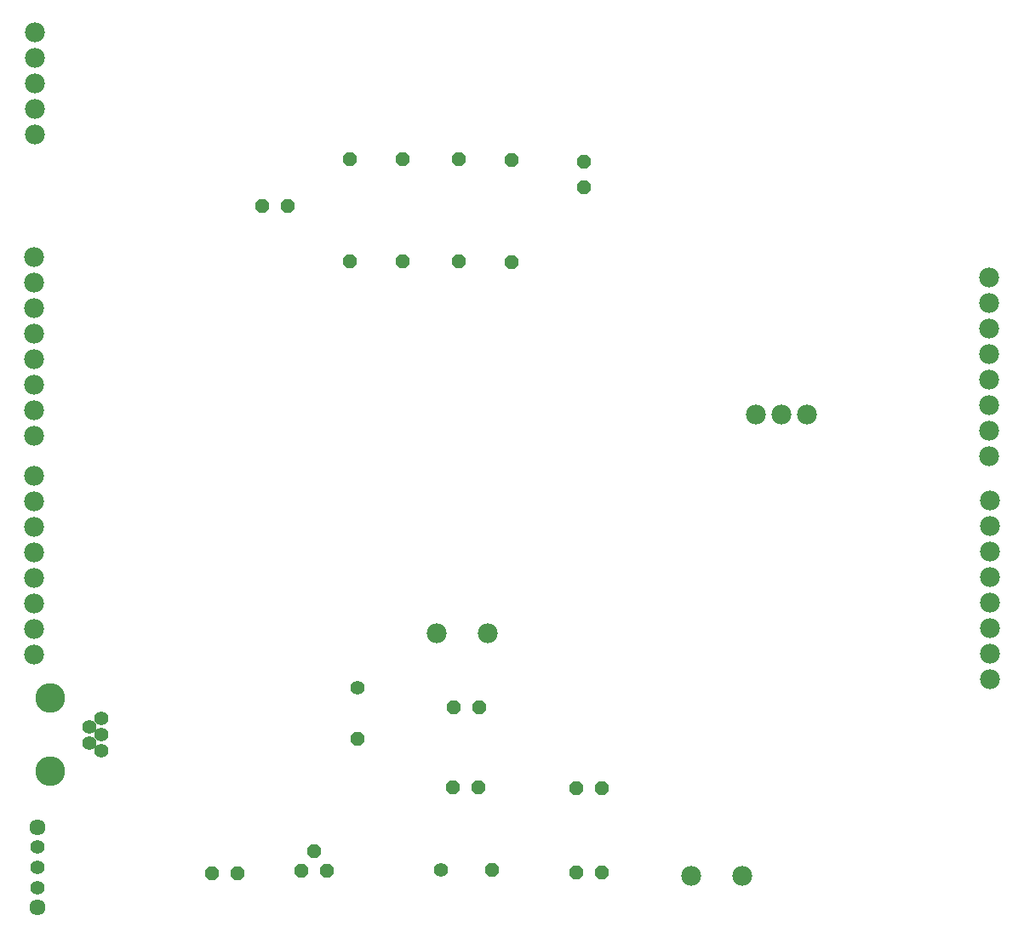
<source format=gbr>
G04 EAGLE Gerber RS-274X export*
G75*
%MOMM*%
%FSLAX34Y34*%
%LPD*%
%INSoldermask Bottom*%
%IPPOS*%
%AMOC8*
5,1,8,0,0,1.08239X$1,22.5*%
G01*
%ADD10P,1.539592X8X22.500000*%
%ADD11P,1.539592X8X202.500000*%
%ADD12C,1.422400*%
%ADD13P,1.539592X8X292.500000*%
%ADD14C,1.409600*%
%ADD15C,2.951600*%
%ADD16P,1.539592X8X112.500000*%
%ADD17C,1.609600*%
%ADD18C,1.981200*%


D10*
X-559100Y-349900D03*
X-533700Y-349900D03*
X-436880Y-350520D03*
X-411480Y-350520D03*
D11*
X-723900Y228600D03*
X-749300Y228600D03*
D10*
X-436880Y-434660D03*
X-411480Y-434660D03*
D12*
X-654100Y-250800D03*
D13*
X-654100Y-301600D03*
D12*
X-571500Y-431800D03*
D10*
X-520700Y-431800D03*
D14*
X-909100Y-281400D03*
X-909100Y-297400D03*
X-909100Y-313400D03*
X-921100Y-289400D03*
X-921100Y-305400D03*
D15*
X-960100Y-333900D03*
X-960100Y-260900D03*
D10*
X-798500Y-435000D03*
X-773100Y-435000D03*
D16*
X-428624Y246978D03*
X-428624Y272378D03*
D13*
X-662000Y275000D03*
X-662000Y173400D03*
D16*
X-500680Y172380D03*
X-500680Y273980D03*
D13*
X-609600Y274880D03*
X-609600Y173280D03*
D16*
X-553720Y173430D03*
X-553720Y275030D03*
D17*
X-972400Y-469400D03*
X-972400Y-389400D03*
D14*
X-972400Y-449400D03*
X-972400Y-429400D03*
X-972400Y-409400D03*
D10*
X-685000Y-432600D03*
X-697700Y-413550D03*
X-710400Y-432600D03*
D18*
X-575800Y-196700D03*
X-525000Y-196700D03*
X-322580Y-438150D03*
X-271780Y-438150D03*
X-975510Y-39650D03*
X-975510Y-65050D03*
X-975510Y-90450D03*
X-975510Y-115850D03*
X-975510Y-141250D03*
X-975510Y-166650D03*
X-975510Y-192050D03*
X-975510Y-217450D03*
X-25130Y-64730D03*
X-25130Y-90130D03*
X-25130Y-115530D03*
X-25130Y-140930D03*
X-25130Y-166330D03*
X-25130Y-191730D03*
X-25130Y-217130D03*
X-25130Y-242530D03*
X-258000Y21400D03*
X-232600Y21400D03*
X-207200Y21400D03*
X-974900Y401150D03*
X-974900Y375750D03*
X-974900Y350350D03*
X-974900Y324950D03*
X-974900Y299550D03*
D10*
X-558500Y-269900D03*
X-533100Y-269900D03*
D18*
X-25730Y157290D03*
X-25730Y131890D03*
X-25730Y106490D03*
X-25730Y81090D03*
X-25730Y55690D03*
X-25730Y30290D03*
X-25730Y4890D03*
X-25730Y-20510D03*
X-975570Y-330D03*
X-975570Y25070D03*
X-975570Y50470D03*
X-975570Y75870D03*
X-975570Y101270D03*
X-975570Y126670D03*
X-975570Y152070D03*
X-975570Y177470D03*
M02*

</source>
